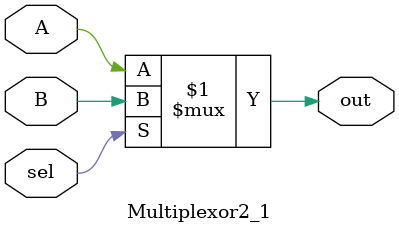
<source format=v>
`default_nettype none

module Multiplexor2_1(
    input wire A,        // Entrada A
    input wire B,        // Entrada B
    input wire sel,      // Selector (0 o 1)
    output wire out      // Salida
);
    assign out = (sel) ? B : A; // Si sel es 1, salida es B, si sel es 0, salida es A
endmodule

</source>
